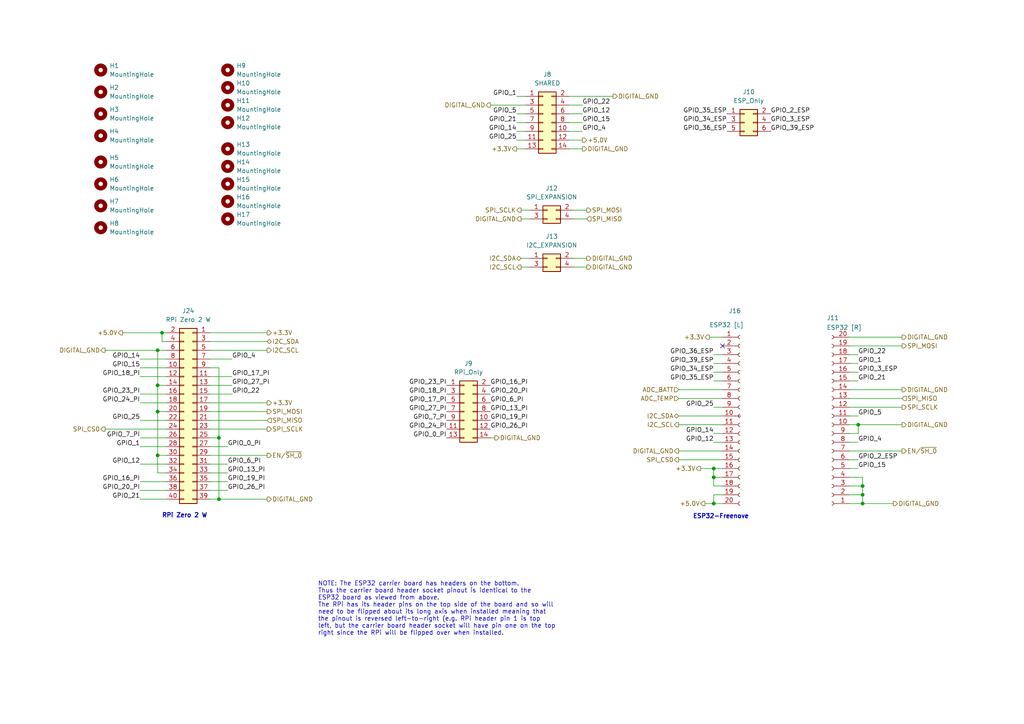
<source format=kicad_sch>
(kicad_sch (version 20231120) (generator "eeschema") (generator_version "8.0")
  (paper "A4")
  (lib_symbols
    (symbol "Connector:Conn_01x20_Socket" (pin_names (offset 1.016) hide)
      (property "Reference" "J" (at 0 25.4 0))
      (property "Value" "Conn_01x20_Socket" (at 0 -27.94 0))
      (symbol "Conn_01x20_Socket_1_1"
        (arc (start 0 -24.892) (mid -0.5058 -25.4) (end 0 -25.908) (stroke (width 0.1524)))
        (arc (start 0 -22.352) (mid -0.5058 -22.86) (end 0 -23.368) (stroke (width 0.1524)))
        (arc (start 0 -19.812) (mid -0.5058 -20.32) (end 0 -20.828) (stroke (width 0.1524)))
        (arc (start 0 -17.272) (mid -0.5058 -17.78) (end 0 -18.288) (stroke (width 0.1524)))
        (arc (start 0 -14.732) (mid -0.5058 -15.24) (end 0 -15.748) (stroke (width 0.1524)))
        (arc (start 0 -12.192) (mid -0.5058 -12.7) (end 0 -13.208) (stroke (width 0.1524)))
        (arc (start 0 -9.652) (mid -0.5058 -10.16) (end 0 -10.668) (stroke (width 0.1524)))
        (arc (start 0 -7.112) (mid -0.5058 -7.62) (end 0 -8.128) (stroke (width 0.1524)))
        (arc (start 0 -4.572) (mid -0.5058 -5.08) (end 0 -5.588) (stroke (width 0.1524)))
        (arc (start 0 -2.032) (mid -0.5058 -2.54) (end 0 -3.048) (stroke (width 0.1524)))
        (polyline (pts (xy -1.27 -25.4) (xy -0.508 -25.4)) (stroke (width 0.1524)))
        (polyline (pts (xy -1.27 -22.86) (xy -0.508 -22.86)) (stroke (width 0.1524)))
        (polyline (pts (xy -1.27 -20.32) (xy -0.508 -20.32)) (stroke (width 0.1524)))
        (polyline (pts (xy -1.27 -17.78) (xy -0.508 -17.78)) (stroke (width 0.1524)))
        (polyline (pts (xy -1.27 -15.24) (xy -0.508 -15.24)) (stroke (width 0.1524)))
        (polyline (pts (xy -1.27 -12.7) (xy -0.508 -12.7)) (stroke (width 0.1524)))
        (polyline (pts (xy -1.27 -10.16) (xy -0.508 -10.16)) (stroke (width 0.1524)))
        (polyline (pts (xy -1.27 -7.62) (xy -0.508 -7.62)) (stroke (width 0.1524)))
        (polyline (pts (xy -1.27 -5.08) (xy -0.508 -5.08)) (stroke (width 0.1524)))
        (polyline (pts (xy -1.27 -2.54) (xy -0.508 -2.54)) (stroke (width 0.1524)))
        (polyline (pts (xy -1.27 0) (xy -0.508 0)) (stroke (width 0.1524)))
        (polyline (pts (xy -1.27 2.54) (xy -0.508 2.54)) (stroke (width 0.1524)))
        (polyline (pts (xy -1.27 5.08) (xy -0.508 5.08)) (stroke (width 0.1524)))
        (polyline (pts (xy -1.27 7.62) (xy -0.508 7.62)) (stroke (width 0.1524)))
        (polyline (pts (xy -1.27 10.16) (xy -0.508 10.16)) (stroke (width 0.1524)))
        (polyline (pts (xy -1.27 12.7) (xy -0.508 12.7)) (stroke (width 0.1524)))
        (polyline (pts (xy -1.27 15.24) (xy -0.508 15.24)) (stroke (width 0.1524)))
        (polyline (pts (xy -1.27 17.78) (xy -0.508 17.78)) (stroke (width 0.1524)))
        (polyline (pts (xy -1.27 20.32) (xy -0.508 20.32)) (stroke (width 0.1524)))
        (polyline (pts (xy -1.27 22.86) (xy -0.508 22.86)) (stroke (width 0.1524)))
        (arc (start 0 0.508) (mid -0.5058 0) (end 0 -0.508) (stroke (width 0.1524)))
        (arc (start 0 3.048) (mid -0.5058 2.54) (end 0 2.032) (stroke (width 0.1524)))
        (arc (start 0 5.588) (mid -0.5058 5.08) (end 0 4.572) (stroke (width 0.1524)))
        (arc (start 0 8.128) (mid -0.5058 7.62) (end 0 7.112) (stroke (width 0.1524)))
        (arc (start 0 10.668) (mid -0.5058 10.16) (end 0 9.652) (stroke (width 0.1524)))
        (arc (start 0 13.208) (mid -0.5058 12.7) (end 0 12.192) (stroke (width 0.1524)))
        (arc (start 0 15.748) (mid -0.5058 15.24) (end 0 14.732) (stroke (width 0.1524)))
        (arc (start 0 18.288) (mid -0.5058 17.78) (end 0 17.272) (stroke (width 0.1524)))
        (arc (start 0 20.828) (mid -0.5058 20.32) (end 0 19.812) (stroke (width 0.1524)))
        (arc (start 0 23.368) (mid -0.5058 22.86) (end 0 22.352) (stroke (width 0.1524)))
        (pin passive line (at -5.08 22.86 0) (length 3.81) (name "Pin_1") (number "1"))
        (pin passive line (at -5.08 0 0) (length 3.81) (name "Pin_10") (number "10"))
        (pin passive line (at -5.08 -2.54 0) (length 3.81) (name "Pin_11") (number "11"))
        (pin passive line (at -5.08 -5.08 0) (length 3.81) (name "Pin_12") (number "12"))
        (pin passive line (at -5.08 -7.62 0) (length 3.81) (name "Pin_13") (number "13"))
        (pin passive line (at -5.08 -10.16 0) (length 3.81) (name "Pin_14") (number "14"))
        (pin passive line (at -5.08 -12.7 0) (length 3.81) (name "Pin_15") (number "15"))
        (pin passive line (at -5.08 -15.24 0) (length 3.81) (name "Pin_16") (number "16"))
        (pin passive line (at -5.08 -17.78 0) (length 3.81) (name "Pin_17") (number "17"))
        (pin passive line (at -5.08 -20.32 0) (length 3.81) (name "Pin_18") (number "18"))
        (pin passive line (at -5.08 -22.86 0) (length 3.81) (name "Pin_19") (number "19"))
        (pin passive line (at -5.08 20.32 0) (length 3.81) (name "Pin_2") (number "2"))
        (pin passive line (at -5.08 -25.4 0) (length 3.81) (name "Pin_20") (number "20"))
        (pin passive line (at -5.08 17.78 0) (length 3.81) (name "Pin_3") (number "3"))
        (pin passive line (at -5.08 15.24 0) (length 3.81) (name "Pin_4") (number "4"))
        (pin passive line (at -5.08 12.7 0) (length 3.81) (name "Pin_5") (number "5"))
        (pin passive line (at -5.08 10.16 0) (length 3.81) (name "Pin_6") (number "6"))
        (pin passive line (at -5.08 7.62 0) (length 3.81) (name "Pin_7") (number "7"))
        (pin passive line (at -5.08 5.08 0) (length 3.81) (name "Pin_8") (number "8"))
        (pin passive line (at -5.08 2.54 0) (length 3.81) (name "Pin_9") (number "9"))
      )
    )
    (symbol "Connector_Generic:Conn_02x02_Odd_Even" (pin_names (offset 1.016) hide)
      (property "Reference" "J" (at 1.27 2.54 0))
      (property "Value" "Conn_02x02_Odd_Even" (at 1.27 -5.08 0))
      (symbol "Conn_02x02_Odd_Even_1_1"
        (rectangle (start -1.27 -2.413) (end 0 -2.667) (stroke (width 0.1524)))
        (rectangle (start -1.27 0.127) (end 0 -0.127) (stroke (width 0.1524)))
        (rectangle (start -1.27 1.27) (end 3.81 -3.81) (stroke (width 0.254)) (fill (type background)))
        (rectangle (start 3.81 -2.413) (end 2.54 -2.667) (stroke (width 0.1524)))
        (rectangle (start 3.81 0.127) (end 2.54 -0.127) (stroke (width 0.1524)))
        (pin passive line (at -5.08 0 0) (length 3.81) (name "Pin_1") (number "1"))
        (pin passive line (at 7.62 0 180) (length 3.81) (name "Pin_2") (number "2"))
        (pin passive line (at -5.08 -2.54 0) (length 3.81) (name "Pin_3") (number "3"))
        (pin passive line (at 7.62 -2.54 180) (length 3.81) (name "Pin_4") (number "4"))
      )
    )
    (symbol "Connector_Generic:Conn_02x03_Odd_Even" (pin_names (offset 1.016) hide)
      (property "Reference" "J" (at 1.27 5.08 0))
      (property "Value" "Conn_02x03_Odd_Even" (at 1.27 -5.08 0))
      (symbol "Conn_02x03_Odd_Even_1_1"
        (rectangle (start -1.27 -2.413) (end 0 -2.667) (stroke (width 0.1524)))
        (rectangle (start -1.27 0.127) (end 0 -0.127) (stroke (width 0.1524)))
        (rectangle (start -1.27 2.667) (end 0 2.413) (stroke (width 0.1524)))
        (rectangle (start -1.27 3.81) (end 3.81 -3.81) (stroke (width 0.254)) (fill (type background)))
        (rectangle (start 3.81 -2.413) (end 2.54 -2.667) (stroke (width 0.1524)))
        (rectangle (start 3.81 0.127) (end 2.54 -0.127) (stroke (width 0.1524)))
        (rectangle (start 3.81 2.667) (end 2.54 2.413) (stroke (width 0.1524)))
        (pin passive line (at -5.08 2.54 0) (length 3.81) (name "Pin_1") (number "1"))
        (pin passive line (at 7.62 2.54 180) (length 3.81) (name "Pin_2") (number "2"))
        (pin passive line (at -5.08 0 0) (length 3.81) (name "Pin_3") (number "3"))
        (pin passive line (at 7.62 0 180) (length 3.81) (name "Pin_4") (number "4"))
        (pin passive line (at -5.08 -2.54 0) (length 3.81) (name "Pin_5") (number "5"))
        (pin passive line (at 7.62 -2.54 180) (length 3.81) (name "Pin_6") (number "6"))
      )
    )
    (symbol "Connector_Generic:Conn_02x07_Odd_Even" (pin_names (offset 1.016) hide)
      (property "Reference" "J" (at 1.27 10.16 0))
      (property "Value" "Conn_02x07_Odd_Even" (at 1.27 -10.16 0))
      (symbol "Conn_02x07_Odd_Even_1_1"
        (rectangle (start -1.27 -7.493) (end 0 -7.747) (stroke (width 0.1524)))
        (rectangle (start -1.27 -4.953) (end 0 -5.207) (stroke (width 0.1524)))
        (rectangle (start -1.27 -2.413) (end 0 -2.667) (stroke (width 0.1524)))
        (rectangle (start -1.27 0.127) (end 0 -0.127) (stroke (width 0.1524)))
        (rectangle (start -1.27 2.667) (end 0 2.413) (stroke (width 0.1524)))
        (rectangle (start -1.27 5.207) (end 0 4.953) (stroke (width 0.1524)))
        (rectangle (start -1.27 7.747) (end 0 7.493) (stroke (width 0.1524)))
        (rectangle (start -1.27 8.89) (end 3.81 -8.89) (stroke (width 0.254)) (fill (type background)))
        (rectangle (start 3.81 -7.493) (end 2.54 -7.747) (stroke (width 0.1524)))
        (rectangle (start 3.81 -4.953) (end 2.54 -5.207) (stroke (width 0.1524)))
        (rectangle (start 3.81 -2.413) (end 2.54 -2.667) (stroke (width 0.1524)))
        (rectangle (start 3.81 0.127) (end 2.54 -0.127) (stroke (width 0.1524)))
        (rectangle (start 3.81 2.667) (end 2.54 2.413) (stroke (width 0.1524)))
        (rectangle (start 3.81 5.207) (end 2.54 4.953) (stroke (width 0.1524)))
        (rectangle (start 3.81 7.747) (end 2.54 7.493) (stroke (width 0.1524)))
        (pin passive line (at -5.08 7.62 0) (length 3.81) (name "Pin_1") (number "1"))
        (pin passive line (at 7.62 -2.54 180) (length 3.81) (name "Pin_10") (number "10"))
        (pin passive line (at -5.08 -5.08 0) (length 3.81) (name "Pin_11") (number "11"))
        (pin passive line (at 7.62 -5.08 180) (length 3.81) (name "Pin_12") (number "12"))
        (pin passive line (at -5.08 -7.62 0) (length 3.81) (name "Pin_13") (number "13"))
        (pin passive line (at 7.62 -7.62 180) (length 3.81) (name "Pin_14") (number "14"))
        (pin passive line (at 7.62 7.62 180) (length 3.81) (name "Pin_2") (number "2"))
        (pin passive line (at -5.08 5.08 0) (length 3.81) (name "Pin_3") (number "3"))
        (pin passive line (at 7.62 5.08 180) (length 3.81) (name "Pin_4") (number "4"))
        (pin passive line (at -5.08 2.54 0) (length 3.81) (name "Pin_5") (number "5"))
        (pin passive line (at 7.62 2.54 180) (length 3.81) (name "Pin_6") (number "6"))
        (pin passive line (at -5.08 0 0) (length 3.81) (name "Pin_7") (number "7"))
        (pin passive line (at 7.62 0 180) (length 3.81) (name "Pin_8") (number "8"))
        (pin passive line (at -5.08 -2.54 0) (length 3.81) (name "Pin_9") (number "9"))
      )
    )
    (symbol "Connector_Generic:Conn_02x20_Odd_Even" (pin_names (offset 1.016) hide)
      (property "Reference" "J" (at 1.27 25.4 0))
      (property "Value" "Conn_02x20_Odd_Even" (at 1.27 -27.94 0))
      (symbol "Conn_02x20_Odd_Even_1_1"
        (rectangle (start -1.27 -25.273) (end 0 -25.527) (stroke (width 0.1524)))
        (rectangle (start -1.27 -22.733) (end 0 -22.987) (stroke (width 0.1524)))
        (rectangle (start -1.27 -20.193) (end 0 -20.447) (stroke (width 0.1524)))
        (rectangle (start -1.27 -17.653) (end 0 -17.907) (stroke (width 0.1524)))
        (rectangle (start -1.27 -15.113) (end 0 -15.367) (stroke (width 0.1524)))
        (rectangle (start -1.27 -12.573) (end 0 -12.827) (stroke (width 0.1524)))
        (rectangle (start -1.27 -10.033) (end 0 -10.287) (stroke (width 0.1524)))
        (rectangle (start -1.27 -7.493) (end 0 -7.747) (stroke (width 0.1524)))
        (rectangle (start -1.27 -4.953) (end 0 -5.207) (stroke (width 0.1524)))
        (rectangle (start -1.27 -2.413) (end 0 -2.667) (stroke (width 0.1524)))
        (rectangle (start -1.27 0.127) (end 0 -0.127) (stroke (width 0.1524)))
        (rectangle (start -1.27 2.667) (end 0 2.413) (stroke (width 0.1524)))
        (rectangle (start -1.27 5.207) (end 0 4.953) (stroke (width 0.1524)))
        (rectangle (start -1.27 7.747) (end 0 7.493) (stroke (width 0.1524)))
        (rectangle (start -1.27 10.287) (end 0 10.033) (stroke (width 0.1524)))
        (rectangle (start -1.27 12.827) (end 0 12.573) (stroke (width 0.1524)))
        (rectangle (start -1.27 15.367) (end 0 15.113) (stroke (width 0.1524)))
        (rectangle (start -1.27 17.907) (end 0 17.653) (stroke (width 0.1524)))
        (rectangle (start -1.27 20.447) (end 0 20.193) (stroke (width 0.1524)))
        (rectangle (start -1.27 22.987) (end 0 22.733) (stroke (width 0.1524)))
        (rectangle (start -1.27 24.13) (end 3.81 -26.67) (stroke (width 0.254)) (fill (type background)))
        (rectangle (start 3.81 -25.273) (end 2.54 -25.527) (stroke (width 0.1524)))
        (rectangle (start 3.81 -22.733) (end 2.54 -22.987) (stroke (width 0.1524)))
        (rectangle (start 3.81 -20.193) (end 2.54 -20.447) (stroke (width 0.1524)))
        (rectangle (start 3.81 -17.653) (end 2.54 -17.907) (stroke (width 0.1524)))
        (rectangle (start 3.81 -15.113) (end 2.54 -15.367) (stroke (width 0.1524)))
        (rectangle (start 3.81 -12.573) (end 2.54 -12.827) (stroke (width 0.1524)))
        (rectangle (start 3.81 -10.033) (end 2.54 -10.287) (stroke (width 0.1524)))
        (rectangle (start 3.81 -7.493) (end 2.54 -7.747) (stroke (width 0.1524)))
        (rectangle (start 3.81 -4.953) (end 2.54 -5.207) (stroke (width 0.1524)))
        (rectangle (start 3.81 -2.413) (end 2.54 -2.667) (stroke (width 0.1524)))
        (rectangle (start 3.81 0.127) (end 2.54 -0.127) (stroke (width 0.1524)))
        (rectangle (start 3.81 2.667) (end 2.54 2.413) (stroke (width 0.1524)))
        (rectangle (start 3.81 5.207) (end 2.54 4.953) (stroke (width 0.1524)))
        (rectangle (start 3.81 7.747) (end 2.54 7.493) (stroke (width 0.1524)))
        (rectangle (start 3.81 10.287) (end 2.54 10.033) (stroke (width 0.1524)))
        (rectangle (start 3.81 12.827) (end 2.54 12.573) (stroke (width 0.1524)))
        (rectangle (start 3.81 15.367) (end 2.54 15.113) (stroke (width 0.1524)))
        (rectangle (start 3.81 17.907) (end 2.54 17.653) (stroke (width 0.1524)))
        (rectangle (start 3.81 20.447) (end 2.54 20.193) (stroke (width 0.1524)))
        (rectangle (start 3.81 22.987) (end 2.54 22.733) (stroke (width 0.1524)))
        (pin passive line (at -5.08 22.86 0) (length 3.81) (name "Pin_1") (number "1"))
        (pin passive line (at 7.62 12.7 180) (length 3.81) (name "Pin_10") (number "10"))
        (pin passive line (at -5.08 10.16 0) (length 3.81) (name "Pin_11") (number "11"))
        (pin passive line (at 7.62 10.16 180) (length 3.81) (name "Pin_12") (number "12"))
        (pin passive line (at -5.08 7.62 0) (length 3.81) (name "Pin_13") (number "13"))
        (pin passive line (at 7.62 7.62 180) (length 3.81) (name "Pin_14") (number "14"))
        (pin passive line (at -5.08 5.08 0) (length 3.81) (name "Pin_15") (number "15"))
        (pin passive line (at 7.62 5.08 180) (length 3.81) (name "Pin_16") (number "16"))
        (pin passive line (at -5.08 2.54 0) (length 3.81) (name "Pin_17") (number "17"))
        (pin passive line (at 7.62 2.54 180) (length 3.81) (name "Pin_18") (number "18"))
        (pin passive line (at -5.08 0 0) (length 3.81) (name "Pin_19") (number "19"))
        (pin passive line (at 7.62 22.86 180) (length 3.81) (name "Pin_2") (number "2"))
        (pin passive line (at 7.62 0 180) (length 3.81) (name "Pin_20") (number "20"))
        (pin passive line (at -5.08 -2.54 0) (length 3.81) (name "Pin_21") (number "21"))
        (pin passive line (at 7.62 -2.54 180) (length 3.81) (name "Pin_22") (number "22"))
        (pin passive line (at -5.08 -5.08 0) (length 3.81) (name "Pin_23") (number "23"))
        (pin passive line (at 7.62 -5.08 180) (length 3.81) (name "Pin_24") (number "24"))
        (pin passive line (at -5.08 -7.62 0) (length 3.81) (name "Pin_25") (number "25"))
        (pin passive line (at 7.62 -7.62 180) (length 3.81) (name "Pin_26") (number "26"))
        (pin passive line (at -5.08 -10.16 0) (length 3.81) (name "Pin_27") (number "27"))
        (pin passive line (at 7.62 -10.16 180) (length 3.81) (name "Pin_28") (number "28"))
        (pin passive line (at -5.08 -12.7 0) (length 3.81) (name "Pin_29") (number "29"))
        (pin passive line (at -5.08 20.32 0) (length 3.81) (name "Pin_3") (number "3"))
        (pin passive line (at 7.62 -12.7 180) (length 3.81) (name "Pin_30") (number "30"))
        (pin passive line (at -5.08 -15.24 0) (length 3.81) (name "Pin_31") (number "31"))
        (pin passive line (at 7.62 -15.24 180) (length 3.81) (name "Pin_32") (number "32"))
        (pin passive line (at -5.08 -17.78 0) (length 3.81) (name "Pin_33") (number "33"))
        (pin passive line (at 7.62 -17.78 180) (length 3.81) (name "Pin_34") (number "34"))
        (pin passive line (at -5.08 -20.32 0) (length 3.81) (name "Pin_35") (number "35"))
        (pin passive line (at 7.62 -20.32 180) (length 3.81) (name "Pin_36") (number "36"))
        (pin passive line (at -5.08 -22.86 0) (length 3.81) (name "Pin_37") (number "37"))
        (pin passive line (at 7.62 -22.86 180) (length 3.81) (name "Pin_38") (number "38"))
        (pin passive line (at -5.08 -25.4 0) (length 3.81) (name "Pin_39") (number "39"))
        (pin passive line (at 7.62 20.32 180) (length 3.81) (name "Pin_4") (number "4"))
        (pin passive line (at 7.62 -25.4 180) (length 3.81) (name "Pin_40") (number "40"))
        (pin passive line (at -5.08 17.78 0) (length 3.81) (name "Pin_5") (number "5"))
        (pin passive line (at 7.62 17.78 180) (length 3.81) (name "Pin_6") (number "6"))
        (pin passive line (at -5.08 15.24 0) (length 3.81) (name "Pin_7") (number "7"))
        (pin passive line (at 7.62 15.24 180) (length 3.81) (name "Pin_8") (number "8"))
        (pin passive line (at -5.08 12.7 0) (length 3.81) (name "Pin_9") (number "9"))
      )
    )
    (symbol "Mechanical:MountingHole" (pin_names (offset 1.016)) (exclude_from_sim yes) (in_bom no)
      (property "Reference" "H" (at 0 5.08 0))
      (property "Value" "MountingHole" (at 0 3.175 0))
      (symbol "MountingHole_0_1"
        (circle (center 0 0) (radius 1.27) (stroke (width 1.27)))
      )
    )
  )
  (junction (at 63.5 144.78))
  (junction (at 45.72 132.08))
  (junction (at 45.72 111.76))
  (junction (at 45.72 101.6))
  (junction (at 46.99 96.52))
  (junction (at 250.19 143.51))
  (junction (at 63.5 127))
  (junction (at 207.01 138.43))
  (junction (at 207.01 135.89))
  (junction (at 45.72 119.38))
  (junction (at 250.19 140.97))
  (junction (at 207.01 146.05))
  (junction (at 250.19 146.05))
  (junction (at 248.92 123.19))
  (no_connect (at 209.55 100.33))
  (wire (pts (xy 151.13 60.96) (xy 153.67 60.96)))
  (wire (pts (xy 246.38 105.41) (xy 248.92 105.41)))
  (wire (pts (xy 207.01 110.49) (xy 209.55 110.49)))
  (wire (pts (xy 246.38 130.81) (xy 261.62 130.81)))
  (wire (pts (xy 63.5 106.68) (xy 63.5 127)))
  (wire (pts (xy 60.96 129.54) (xy 66.04 129.54)))
  (wire (pts (xy 250.19 146.05) (xy 259.08 146.05)))
  (wire (pts (xy 46.99 96.52) (xy 35.56 96.52)))
  (wire (pts (xy 30.48 124.46) (xy 48.26 124.46)))
  (wire (pts (xy 40.64 109.22) (xy 48.26 109.22)))
  (wire (pts (xy 246.38 113.03) (xy 261.62 113.03)))
  (wire (pts (xy 48.26 137.16) (xy 45.72 137.16)))
  (wire (pts (xy 151.13 77.47) (xy 153.67 77.47)))
  (wire (pts (xy 165.1 35.56) (xy 168.91 35.56)))
  (wire (pts (xy 40.64 116.84) (xy 48.26 116.84)))
  (wire (pts (xy 40.64 134.62) (xy 48.26 134.62)))
  (wire (pts (xy 48.26 132.08) (xy 45.72 132.08)))
  (wire (pts (xy 209.55 140.97) (xy 207.01 140.97)))
  (wire (pts (xy 48.26 119.38) (xy 45.72 119.38)))
  (wire (pts (xy 143.51 127) (xy 142.24 127)))
  (wire (pts (xy 151.13 74.93) (xy 153.67 74.93)))
  (wire (pts (xy 246.38 107.95) (xy 248.92 107.95)))
  (wire (pts (xy 196.85 120.65) (xy 209.55 120.65)))
  (wire (pts (xy 165.1 27.94) (xy 177.8 27.94)))
  (wire (pts (xy 248.92 123.19) (xy 248.92 125.73)))
  (wire (pts (xy 246.38 102.87) (xy 248.92 102.87)))
  (wire (pts (xy 246.38 146.05) (xy 250.19 146.05)))
  (wire (pts (xy 46.99 99.06) (xy 46.99 96.52)))
  (wire (pts (xy 149.86 43.18) (xy 152.4 43.18)))
  (wire (pts (xy 77.47 101.6) (xy 60.96 101.6)))
  (wire (pts (xy 207.01 140.97) (xy 207.01 138.43)))
  (wire (pts (xy 77.47 99.06) (xy 60.96 99.06)))
  (wire (pts (xy 48.26 111.76) (xy 45.72 111.76)))
  (wire (pts (xy 60.96 142.24) (xy 66.04 142.24)))
  (wire (pts (xy 166.37 63.5) (xy 170.18 63.5)))
  (wire (pts (xy 165.1 33.02) (xy 168.91 33.02)))
  (wire (pts (xy 60.96 134.62) (xy 66.04 134.62)))
  (wire (pts (xy 165.1 30.48) (xy 168.91 30.48)))
  (wire (pts (xy 45.72 119.38) (xy 45.72 132.08)))
  (wire (pts (xy 207.01 107.95) (xy 209.55 107.95)))
  (wire (pts (xy 166.37 74.93) (xy 170.18 74.93)))
  (wire (pts (xy 248.92 123.19) (xy 261.62 123.19)))
  (wire (pts (xy 250.19 138.43) (xy 250.19 140.97)))
  (wire (pts (xy 60.96 111.76) (xy 67.31 111.76)))
  (wire (pts (xy 149.86 27.94) (xy 152.4 27.94)))
  (wire (pts (xy 48.26 101.6) (xy 45.72 101.6)))
  (wire (pts (xy 63.5 144.78) (xy 60.96 144.78)))
  (wire (pts (xy 246.38 140.97) (xy 250.19 140.97)))
  (wire (pts (xy 246.38 123.19) (xy 248.92 123.19)))
  (wire (pts (xy 67.31 104.14) (xy 60.96 104.14)))
  (wire (pts (xy 196.85 130.81) (xy 209.55 130.81)))
  (wire (pts (xy 40.64 142.24) (xy 48.26 142.24)))
  (wire (pts (xy 60.96 124.46) (xy 77.47 124.46)))
  (wire (pts (xy 166.37 60.96) (xy 170.18 60.96)))
  (wire (pts (xy 207.01 143.51) (xy 207.01 146.05)))
  (wire (pts (xy 207.01 118.11) (xy 209.55 118.11)))
  (wire (pts (xy 250.19 143.51) (xy 250.19 146.05)))
  (wire (pts (xy 246.38 115.57) (xy 261.62 115.57)))
  (wire (pts (xy 60.96 109.22) (xy 67.31 109.22)))
  (wire (pts (xy 204.47 146.05) (xy 207.01 146.05)))
  (wire (pts (xy 142.24 30.48) (xy 152.4 30.48)))
  (wire (pts (xy 207.01 125.73) (xy 209.55 125.73)))
  (wire (pts (xy 246.38 128.27) (xy 248.92 128.27)))
  (wire (pts (xy 165.1 40.64) (xy 168.91 40.64)))
  (wire (pts (xy 60.96 121.92) (xy 77.47 121.92)))
  (wire (pts (xy 246.38 138.43) (xy 250.19 138.43)))
  (wire (pts (xy 45.72 111.76) (xy 45.72 119.38)))
  (wire (pts (xy 40.64 129.54) (xy 48.26 129.54)))
  (wire (pts (xy 205.74 97.79) (xy 209.55 97.79)))
  (wire (pts (xy 207.01 128.27) (xy 209.55 128.27)))
  (wire (pts (xy 60.96 132.08) (xy 77.47 132.08)))
  (wire (pts (xy 196.85 115.57) (xy 209.55 115.57)))
  (wire (pts (xy 48.26 99.06) (xy 46.99 99.06)))
  (wire (pts (xy 209.55 143.51) (xy 207.01 143.51)))
  (wire (pts (xy 149.86 38.1) (xy 152.4 38.1)))
  (wire (pts (xy 40.64 139.7) (xy 48.26 139.7)))
  (wire (pts (xy 196.85 123.19) (xy 209.55 123.19)))
  (wire (pts (xy 207.01 138.43) (xy 207.01 135.89)))
  (wire (pts (xy 48.26 96.52) (xy 46.99 96.52)))
  (wire (pts (xy 63.5 127) (xy 60.96 127)))
  (wire (pts (xy 246.38 97.79) (xy 261.62 97.79)))
  (wire (pts (xy 45.72 101.6) (xy 45.72 111.76)))
  (wire (pts (xy 63.5 144.78) (xy 77.47 144.78)))
  (wire (pts (xy 207.01 135.89) (xy 209.55 135.89)))
  (wire (pts (xy 60.96 114.3) (xy 67.31 114.3)))
  (wire (pts (xy 246.38 118.11) (xy 261.62 118.11)))
  (wire (pts (xy 149.86 33.02) (xy 152.4 33.02)))
  (wire (pts (xy 60.96 119.38) (xy 77.47 119.38)))
  (wire (pts (xy 60.96 106.68) (xy 63.5 106.68)))
  (wire (pts (xy 246.38 120.65) (xy 248.92 120.65)))
  (wire (pts (xy 45.72 132.08) (xy 45.72 137.16)))
  (wire (pts (xy 40.64 144.78) (xy 48.26 144.78)))
  (wire (pts (xy 166.37 77.47) (xy 170.18 77.47)))
  (wire (pts (xy 207.01 102.87) (xy 209.55 102.87)))
  (wire (pts (xy 151.13 63.5) (xy 153.67 63.5)))
  (wire (pts (xy 40.64 104.14) (xy 48.26 104.14)))
  (wire (pts (xy 246.38 110.49) (xy 248.92 110.49)))
  (wire (pts (xy 60.96 137.16) (xy 66.04 137.16)))
  (wire (pts (xy 203.2 135.89) (xy 207.01 135.89)))
  (wire (pts (xy 250.19 140.97) (xy 250.19 143.51)))
  (wire (pts (xy 196.85 133.35) (xy 209.55 133.35)))
  (wire (pts (xy 45.72 101.6) (xy 30.48 101.6)))
  (wire (pts (xy 207.01 146.05) (xy 209.55 146.05)))
  (wire (pts (xy 246.38 100.33) (xy 261.62 100.33)))
  (wire (pts (xy 40.64 127) (xy 48.26 127)))
  (wire (pts (xy 149.86 40.64) (xy 152.4 40.64)))
  (wire (pts (xy 246.38 135.89) (xy 248.92 135.89)))
  (wire (pts (xy 165.1 43.18) (xy 168.91 43.18)))
  (wire (pts (xy 60.96 116.84) (xy 77.47 116.84)))
  (wire (pts (xy 207.01 105.41) (xy 209.55 105.41)))
  (wire (pts (xy 246.38 125.73) (xy 248.92 125.73)))
  (wire (pts (xy 40.64 114.3) (xy 48.26 114.3)))
  (wire (pts (xy 63.5 127) (xy 63.5 144.78)))
  (wire (pts (xy 149.86 35.56) (xy 152.4 35.56)))
  (wire (pts (xy 40.64 106.68) (xy 48.26 106.68)))
  (wire (pts (xy 60.96 139.7) (xy 66.04 139.7)))
  (wire (pts (xy 165.1 38.1) (xy 168.91 38.1)))
  (wire (pts (xy 60.96 96.52) (xy 77.47 96.52)))
  (wire (pts (xy 40.64 121.92) (xy 48.26 121.92)))
  (wire (pts (xy 246.38 143.51) (xy 250.19 143.51)))
  (wire (pts (xy 196.85 113.03) (xy 209.55 113.03)))
  (wire (pts (xy 246.38 133.35) (xy 248.92 133.35)))
  (wire (pts (xy 207.01 138.43) (xy 209.55 138.43)))
  (text "ESP32-Freenove" (at 200.914 149.86 0) (effects (font (size 1.27 1.27) (thickness 0.254) (bold yes)) (justify left)))
  (text "RPi Zero 2 W" (at 60.198 149.606 0) (effects (font (size 1.27 1.27) (thickness 0.254) (bold yes)) (justify right)))
  (text "NOTE: The ESP32 carrier board has headers on the bottom. \nThus the carrier board header socket pinout is identical to the \nESP32 board as viewed from above.\nThe RPi has its header pins on the top side of the board and so will \nneed to be flipped about its long axis when installed meaning that \nthe pinout is reversed left-to-right (e.g. RPi header pin 1 is top\nleft, but the carrier board header socket will have pin one on the top \nright since the RPi will be flipped over when installed." (at 92.202 176.53 0) (effects (font (size 1.27 1.27)) (justify left)))
  (label "GPIO_0_PI" (at 129.54 127 180))
  (label "GPIO_39_ESP" (at 223.52 38.1 0))
  (label "GPIO_25" (at 40.64 121.92 180))
  (label "GPIO_1" (at 248.92 105.41 0))
  (label "GPIO_3_ESP" (at 248.92 107.95 0))
  (label "GPIO_22" (at 67.31 114.3 0))
  (label "GPIO_19_PI" (at 142.24 121.92 0))
  (label "GPIO_20_PI" (at 142.24 114.3 0))
  (label "GPIO_2_ESP" (at 248.92 133.35 0))
  (label "GPIO_14" (at 149.86 38.1 180))
  (label "GPIO_2_ESP" (at 223.52 33.02 0))
  (label "GPIO_6_PI" (at 66.04 134.62 0))
  (label "GPIO_13_PI" (at 66.04 137.16 0))
  (label "GPIO_35_ESP" (at 207.01 110.49 180))
  (label "GPIO_17_PI" (at 67.31 109.22 0))
  (label "GPIO_21" (at 149.86 35.56 180))
  (label "GPIO_16_PI" (at 40.64 139.7 180))
  (label "GPIO_22" (at 248.92 102.87 0))
  (label "GPIO_24_PI" (at 129.54 124.46 180))
  (label "GPIO_13_PI" (at 142.24 119.38 0))
  (label "GPIO_21" (at 40.64 144.78 180))
  (label "GPIO_18_PI" (at 40.64 109.22 180))
  (label "GPIO_5" (at 149.86 33.02 180))
  (label "GPIO_1" (at 40.64 129.54 180))
  (label "GPIO_7_PI" (at 129.54 121.92 180))
  (label "GPIO_18_PI" (at 129.54 114.3 180))
  (label "GPIO_15" (at 248.92 135.89 0))
  (label "GPIO_34_ESP" (at 210.82 35.56 180))
  (label "GPIO_14" (at 40.64 104.14 180))
  (label "GPIO_22" (at 168.91 30.48 0))
  (label "GPIO_27_PI" (at 129.54 119.38 180))
  (label "GPIO_4" (at 67.31 104.14 0))
  (label "GPIO_25" (at 149.86 40.64 180))
  (label "GPIO_20_PI" (at 40.64 142.24 180))
  (label "GPIO_6_PI" (at 142.24 116.84 0))
  (label "GPIO_12" (at 168.91 33.02 0))
  (label "GPIO_23_PI" (at 129.54 111.76 180))
  (label "GPIO_7_PI" (at 40.64 127 180))
  (label "GPIO_24_PI" (at 40.64 116.84 180))
  (label "GPIO_21" (at 248.92 110.49 0))
  (label "GPIO_25" (at 207.01 118.11 180))
  (label "GPIO_14" (at 207.01 125.73 180))
  (label "GPIO_26_PI" (at 142.24 124.46 0))
  (label "GPIO_35_ESP" (at 210.82 33.02 180))
  (label "GPIO_36_ESP" (at 210.82 38.1 180))
  (label "GPIO_15" (at 40.64 106.68 180))
  (label "GPIO_23_PI" (at 40.64 114.3 180))
  (label "GPIO_5" (at 248.92 120.65 0))
  (label "GPIO_1" (at 149.86 27.94 180))
  (label "GPIO_26_PI" (at 66.04 142.24 0))
  (label "GPIO_12" (at 207.01 128.27 180))
  (label "GPIO_39_ESP" (at 207.01 105.41 180))
  (label "GPIO_36_ESP" (at 207.01 102.87 180))
  (label "GPIO_17_PI" (at 129.54 116.84 180))
  (label "GPIO_27_PI" (at 67.31 111.76 0))
  (label "GPIO_34_ESP" (at 207.01 107.95 180))
  (label "GPIO_15" (at 168.91 35.56 0))
  (label "GPIO_4" (at 168.91 38.1 0))
  (label "GPIO_0_PI" (at 66.04 129.54 0))
  (label "GPIO_19_PI" (at 66.04 139.7 0))
  (label "GPIO_12" (at 40.64 134.62 180))
  (label "GPIO_4" (at 248.92 128.27 0))
  (label "GPIO_3_ESP" (at 223.52 35.56 0))
  (label "GPIO_16_PI" (at 142.24 111.76 0))
  (hierarchical_label "+5.0V" (shape output) (at 204.47 146.05 180))
  (hierarchical_label "DIGITAL_GND" (shape output) (at 261.62 97.79 0))
  (hierarchical_label "DIGITAL_GND" (shape output) (at 170.18 74.93 0))
  (hierarchical_label "EN{slash}~{SH_0}" (shape output) (at 77.47 132.08 0))
  (hierarchical_label "SPI_MISO" (shape input) (at 261.62 115.57 0))
  (hierarchical_label "I2C_SCL" (shape output) (at 151.13 77.47 180))
  (hierarchical_label "DIGITAL_GND" (shape output) (at 77.47 144.78 0))
  (hierarchical_label "DIGITAL_GND" (shape output) (at 196.85 130.81 180))
  (hierarchical_label "SPI_MOSI" (shape output) (at 261.62 100.33 0))
  (hierarchical_label "+5.0V" (shape output) (at 35.56 96.52 180))
  (hierarchical_label "I2C_SDA" (shape bidirectional) (at 196.85 120.65 180))
  (hierarchical_label "I2C_SDA" (shape bidirectional) (at 77.47 99.06 0))
  (hierarchical_label "DIGITAL_GND" (shape output) (at 168.91 43.18 0))
  (hierarchical_label "I2C_SDA" (shape bidirectional) (at 151.13 74.93 180))
  (hierarchical_label "DIGITAL_GND" (shape output) (at 142.24 30.48 180))
  (hierarchical_label "DIGITAL_GND" (shape output) (at 30.48 101.6 180))
  (hierarchical_label "SPI_MOSI" (shape output) (at 77.47 119.38 0))
  (hierarchical_label "DIGITAL_GND" (shape output) (at 261.62 113.03 0))
  (hierarchical_label "ADC_BATT" (shape input) (at 196.85 113.03 180))
  (hierarchical_label "DIGITAL_GND" (shape output) (at 170.18 77.47 0))
  (hierarchical_label "DIGITAL_GND" (shape output) (at 151.13 63.5 180))
  (hierarchical_label "SPI_MISO" (shape input) (at 77.47 121.92 0))
  (hierarchical_label "I2C_SCL" (shape output) (at 77.47 101.6 0))
  (hierarchical_label "SPI_SCLK" (shape output) (at 261.62 118.11 0))
  (hierarchical_label "DIGITAL_GND" (shape output) (at 259.08 146.05 0))
  (hierarchical_label "+3.3V" (shape output) (at 205.74 97.79 180))
  (hierarchical_label "DIGITAL_GND" (shape output) (at 261.62 123.19 0))
  (hierarchical_label "+3.3V" (shape output) (at 77.47 116.84 0))
  (hierarchical_label "SPI_CS0" (shape output) (at 196.85 133.35 180))
  (hierarchical_label "+3.3V" (shape output) (at 203.2 135.89 180))
  (hierarchical_label "DIGITAL_GND" (shape output) (at 177.8 27.94 0))
  (hierarchical_label "SPI_SCLK" (shape output) (at 77.47 124.46 0))
  (hierarchical_label "ADC_TEMP" (shape input) (at 196.85 115.57 180))
  (hierarchical_label "SPI_SCLK" (shape output) (at 151.13 60.96 180))
  (hierarchical_label "+5.0V" (shape output) (at 168.91 40.64 0))
  (hierarchical_label "I2C_SCL" (shape output) (at 196.85 123.19 180))
  (hierarchical_label "SPI_MOSI" (shape output) (at 170.18 60.96 0))
  (hierarchical_label "DIGITAL_GND" (shape output) (at 143.51 127 0))
  (hierarchical_label "+3.3V" (shape output) (at 77.47 96.52 0))
  (hierarchical_label "EN{slash}~{SH_0}" (shape output) (at 261.62 130.81 0))
  (hierarchical_label "SPI_CS0" (shape output) (at 30.48 124.46 180))
  (hierarchical_label "+3.3V" (shape output) (at 149.86 43.18 180))
  (hierarchical_label "SPI_MISO" (shape input) (at 170.18 63.5 0))
  (symbol (lib_id "Mechanical:MountingHole") (at 66.04 43.18 0) (unit 1) (exclude_from_sim yes) (in_bom no)
    (property "Reference" "H13" (at 68.58 41.9099 0) (effects (justify left)))
    (property "Value" "MountingHole" (at 68.58 44.4499 0) (effects (justify left)))
    (property "Footprint" "MountingHole:MountingHole_2.7mm_M2.5_ISO14580" (effects (hide yes)))
    (property "Description" "Mounting Hole without connection" (effects (hide yes)))
  )
  (symbol (lib_id "Mechanical:MountingHole") (at 29.21 33.02 0) (unit 1) (exclude_from_sim yes) (in_bom no)
    (property "Reference" "H3" (at 31.75 31.7499 0) (effects (justify left)))
    (property "Value" "MountingHole" (at 31.75 34.2899 0) (effects (justify left)))
    (property "Footprint" "MountingHole:MountingHole_2.7mm_M2.5_ISO14580" (effects (hide yes)))
    (property "Description" "Mounting Hole without connection" (effects (hide yes)))
  )
  (symbol (lib_id "Mechanical:MountingHole") (at 29.21 53.34 0) (unit 1) (exclude_from_sim yes) (in_bom no)
    (property "Reference" "H6" (at 31.75 52.0699 0) (effects (justify left)))
    (property "Value" "MountingHole" (at 31.75 54.6099 0) (effects (justify left)))
    (property "Footprint" "MountingHole:MountingHole_2.7mm_M2.5_ISO14580" (effects (hide yes)))
    (property "Description" "Mounting Hole without connection" (effects (hide yes)))
  )
  (symbol (lib_id "Mechanical:MountingHole") (at 66.04 48.26 0) (unit 1) (exclude_from_sim yes) (in_bom no)
    (property "Reference" "H14" (at 68.58 46.9899 0) (effects (justify left)))
    (property "Value" "MountingHole" (at 68.58 49.5299 0) (effects (justify left)))
    (property "Footprint" "MountingHole:MountingHole_2.7mm_M2.5_ISO14580" (effects (hide yes)))
    (property "Description" "Mounting Hole without connection" (effects (hide yes)))
  )
  (symbol (lib_id "Connector:Conn_01x20_Socket") (at 214.63 120.65 0) (unit 1)
    (property "Reference" "J16" (at 211.328 90.17 0) (effects (justify left)))
    (property "Value" "ESP32 [L]" (at 205.74 94.234 0) (effects (justify left)))
    (property "Footprint" "Connector_PinSocket_2.54mm:PinSocket_1x20_P2.54mm_Vertical_SMD_Pin1Left" (effects (hide yes)))
    (property "Datasheet" "~" (at 214.63 120.65 0))
    (property "Description" "Generic connector, single row, 01x20, script generated" (effects (hide yes)))
  )
  (symbol (lib_id "Mechanical:MountingHole") (at 66.04 35.56 0) (unit 1) (exclude_from_sim yes) (in_bom no)
    (property "Reference" "H12" (at 68.58 34.2899 0) (effects (justify left)))
    (property "Value" "MountingHole" (at 68.58 36.8299 0) (effects (justify left)))
    (property "Footprint" "MountingHole:MountingHole_2.7mm_M2.5_ISO14580" (effects (hide yes)))
    (property "Description" "Mounting Hole without connection" (effects (hide yes)))
  )
  (symbol (lib_id "Mechanical:MountingHole") (at 66.04 20.32 0) (unit 1) (exclude_from_sim yes) (in_bom no)
    (property "Reference" "H9" (at 68.58 19.0499 0) (effects (justify left)))
    (property "Value" "MountingHole" (at 68.58 21.5899 0) (effects (justify left)))
    (property "Footprint" "MountingHole:MountingHole_2.7mm_M2.5_ISO14580" (effects (hide yes)))
    (property "Description" "Mounting Hole without connection" (effects (hide yes)))
  )
  (symbol (lib_id "Connector_Generic:Conn_02x20_Odd_Even") (at 55.88 119.38 0) (mirror y) (unit 1)
    (property "Reference" "J24" (at 54.61 90.17 0))
    (property "Value" "RPi Zero 2 W" (at 54.61 92.71 0))
    (property "Footprint" "Connector_PinSocket_2.54mm:PinSocket_2x20_P2.54mm_Vertical_SMD" (effects (hide yes)))
    (property "Description" "Generic connector, double row, 02x20, odd/even pin numbering scheme (row 1 odd numbers, row 2 even numbers), script generated (kicad-library-utils/schlib/autogen/connector/)" (effects (hide yes)))
  )
  (symbol (lib_id "Mechanical:MountingHole") (at 66.04 53.34 0) (unit 1) (exclude_from_sim yes) (in_bom no)
    (property "Reference" "H15" (at 68.58 52.0699 0) (effects (justify left)))
    (property "Value" "MountingHole" (at 68.58 54.6099 0) (effects (justify left)))
    (property "Footprint" "MountingHole:MountingHole_2.7mm_M2.5_ISO14580" (effects (hide yes)))
    (property "Description" "Mounting Hole without connection" (effects (hide yes)))
  )
  (symbol (lib_id "Mechanical:MountingHole") (at 66.04 58.42 0) (unit 1) (exclude_from_sim yes) (in_bom no)
    (property "Reference" "H16" (at 68.58 57.1499 0) (effects (justify left)))
    (property "Value" "MountingHole" (at 68.58 59.6899 0) (effects (justify left)))
    (property "Footprint" "MountingHole:MountingHole_2.7mm_M2.5_ISO14580" (effects (hide yes)))
    (property "Description" "Mounting Hole without connection" (effects (hide yes)))
  )
  (symbol (lib_id "Mechanical:MountingHole") (at 29.21 46.99 0) (unit 1) (exclude_from_sim yes) (in_bom no)
    (property "Reference" "H5" (at 31.75 45.7199 0) (effects (justify left)))
    (property "Value" "MountingHole" (at 31.75 48.2599 0) (effects (justify left)))
    (property "Footprint" "MountingHole:MountingHole_2.7mm_M2.5_ISO14580" (effects (hide yes)))
    (property "Description" "Mounting Hole without connection" (effects (hide yes)))
  )
  (symbol (lib_id "Connector:Conn_01x20_Socket") (at 241.3 123.19 180) (unit 1)
    (property "Reference" "J11" (at 241.554 92.202 0))
    (property "Value" "ESP32 [R]" (at 244.856 94.996 0))
    (property "Footprint" "Connector_PinSocket_2.54mm:PinSocket_1x20_P2.54mm_Vertical_SMD_Pin1Left" (effects (hide yes)))
    (property "Description" "Generic connector, single row, 01x20, script generated" (effects (hide yes)))
  )
  (symbol (lib_id "Connector_Generic:Conn_02x02_Odd_Even") (at 158.75 60.96 0) (unit 1)
    (property "Reference" "J12" (at 160.02 54.61 0))
    (property "Value" "SPI_EXPANSION" (at 160.02 57.15 0))
    (property "Footprint" "Connector_PinHeader_2.54mm:PinHeader_2x02_P2.54mm_Vertical_SMD" (effects (hide yes)))
    (property "Description" "Generic connector, double row, 02x02, odd/even pin numbering scheme (row 1 odd numbers, row 2 even numbers), script generated (kicad-library-utils/schlib/autogen/connector/)" (effects (hide yes)))
  )
  (symbol (lib_id "Mechanical:MountingHole") (at 29.21 20.32 0) (unit 1) (exclude_from_sim yes) (in_bom no)
    (property "Reference" "H1" (at 31.75 19.0499 0) (effects (justify left)))
    (property "Value" "MountingHole" (at 31.75 21.5899 0) (effects (justify left)))
    (property "Footprint" "MountingHole:MountingHole_2.7mm_M2.5_ISO14580" (effects (hide yes)))
    (property "Description" "Mounting Hole without connection" (effects (hide yes)))
  )
  (symbol (lib_id "Mechanical:MountingHole") (at 29.21 26.67 0) (unit 1) (exclude_from_sim yes) (in_bom no)
    (property "Reference" "H2" (at 31.75 25.3999 0) (effects (justify left)))
    (property "Value" "MountingHole" (at 31.75 27.9399 0) (effects (justify left)))
    (property "Footprint" "MountingHole:MountingHole_2.7mm_M2.5_ISO14580" (effects (hide yes)))
    (property "Description" "Mounting Hole without connection" (effects (hide yes)))
  )
  (symbol (lib_id "Mechanical:MountingHole") (at 29.21 66.04 0) (unit 1) (exclude_from_sim yes) (in_bom no)
    (property "Reference" "H8" (at 31.75 64.7699 0) (effects (justify left)))
    (property "Value" "MountingHole" (at 31.75 67.3099 0) (effects (justify left)))
    (property "Footprint" "MountingHole:MountingHole_2.7mm_M2.5_ISO14580" (effects (hide yes)))
    (property "Description" "Mounting Hole without connection" (effects (hide yes)))
  )
  (symbol (lib_id "Connector_Generic:Conn_02x07_Odd_Even") (at 134.62 119.38 0) (unit 1)
    (property "Reference" "J9" (at 135.89 105.41 0))
    (property "Value" "RPi_Only" (at 135.89 107.95 0))
    (property "Footprint" "Connector_PinHeader_2.54mm:PinHeader_2x07_P2.54mm_Vertical_SMD" (effects (hide yes)))
    (property "Description" "Generic connector, double row, 02x07, odd/even pin numbering scheme (row 1 odd numbers, row 2 even numbers), script generated (kicad-library-utils/schlib/autogen/connector/)" (effects (hide yes)))
  )
  (symbol (lib_id "Mechanical:MountingHole") (at 66.04 63.5 0) (unit 1) (exclude_from_sim yes) (in_bom no)
    (property "Reference" "H17" (at 68.58 62.2299 0) (effects (justify left)))
    (property "Value" "MountingHole" (at 68.58 64.7699 0) (effects (justify left)))
    (property "Footprint" "MountingHole:MountingHole_2.7mm_M2.5_ISO14580" (effects (hide yes)))
    (property "Description" "Mounting Hole without connection" (effects (hide yes)))
  )
  (symbol (lib_id "Connector_Generic:Conn_02x02_Odd_Even") (at 158.75 74.93 0) (unit 1)
    (property "Reference" "J13" (at 160.02 68.58 0))
    (property "Value" "I2C_EXPANSION" (at 160.02 71.12 0))
    (property "Footprint" "Connector_PinHeader_2.54mm:PinHeader_2x02_P2.54mm_Vertical_SMD" (effects (hide yes)))
    (property "Description" "Generic connector, double row, 02x02, odd/even pin numbering scheme (row 1 odd numbers, row 2 even numbers), script generated (kicad-library-utils/schlib/autogen/connector/)" (effects (hide yes)))
  )
  (symbol (lib_id "Mechanical:MountingHole") (at 29.21 39.37 0) (unit 1) (exclude_from_sim yes) (in_bom no)
    (property "Reference" "H4" (at 31.75 38.0999 0) (effects (justify left)))
    (property "Value" "MountingHole" (at 31.75 40.6399 0) (effects (justify left)))
    (property "Footprint" "MountingHole:MountingHole_2.7mm_M2.5_ISO14580" (effects (hide yes)))
    (property "Description" "Mounting Hole without connection" (effects (hide yes)))
  )
  (symbol (lib_id "Connector_Generic:Conn_02x03_Odd_Even") (at 215.9 35.56 0) (unit 1)
    (property "Reference" "J10" (at 217.17 26.67 0))
    (property "Value" "ESP_Only" (at 217.17 29.21 0))
    (property "Footprint" "Connector_PinHeader_2.54mm:PinHeader_2x03_P2.54mm_Vertical_SMD" (effects (hide yes)))
    (property "Description" "Generic connector, double row, 02x03, odd/even pin numbering scheme (row 1 odd numbers, row 2 even numbers), script generated (kicad-library-utils/schlib/autogen/connector/)" (effects (hide yes)))
  )
  (symbol (lib_id "Mechanical:MountingHole") (at 29.21 59.69 0) (unit 1) (exclude_from_sim yes) (in_bom no)
    (property "Reference" "H7" (at 31.75 58.4199 0) (effects (justify left)))
    (property "Value" "MountingHole" (at 31.75 60.9599 0) (effects (justify left)))
    (property "Footprint" "MountingHole:MountingHole_2.7mm_M2.5_ISO14580" (effects (hide yes)))
    (property "Description" "Mounting Hole without connection" (effects (hide yes)))
  )
  (symbol (lib_id "Mechanical:MountingHole") (at 66.04 30.48 0) (unit 1) (exclude_from_sim yes) (in_bom no)
    (property "Reference" "H11" (at 68.58 29.2099 0) (effects (justify left)))
    (property "Value" "MountingHole" (at 68.58 31.7499 0) (effects (justify left)))
    (property "Footprint" "MountingHole:MountingHole_2.7mm_M2.5_ISO14580" (effects (hide yes)))
    (property "Description" "Mounting Hole without connection" (effects (hide yes)))
  )
  (symbol (lib_id "Mechanical:MountingHole") (at 66.04 25.4 0) (unit 1) (exclude_from_sim yes) (in_bom no)
    (property "Reference" "H10" (at 68.58 24.1299 0) (effects (justify left)))
    (property "Value" "MountingHole" (at 68.58 26.6699 0) (effects (justify left)))
    (property "Footprint" "MountingHole:MountingHole_2.7mm_M2.5_ISO14580" (effects (hide yes)))
    (property "Description" "Mounting Hole without connection" (effects (hide yes)))
  )
  (symbol (lib_id "Connector_Generic:Conn_02x07_Odd_Even") (at 157.48 35.56 0) (unit 1)
    (property "Reference" "J8" (at 158.75 21.59 0))
    (property "Value" "SHARED" (at 158.75 24.13 0))
    (property "Footprint" "Connector_PinHeader_2.54mm:PinHeader_2x07_P2.54mm_Vertical_SMD" (effects (hide yes)))
    (property "Description" "Generic connector, double row, 02x07, odd/even pin numbering scheme (row 1 odd numbers, row 2 even numbers), script generated (kicad-library-utils/schlib/autogen/connector/)" (effects (hide yes)))
  )
)
</source>
